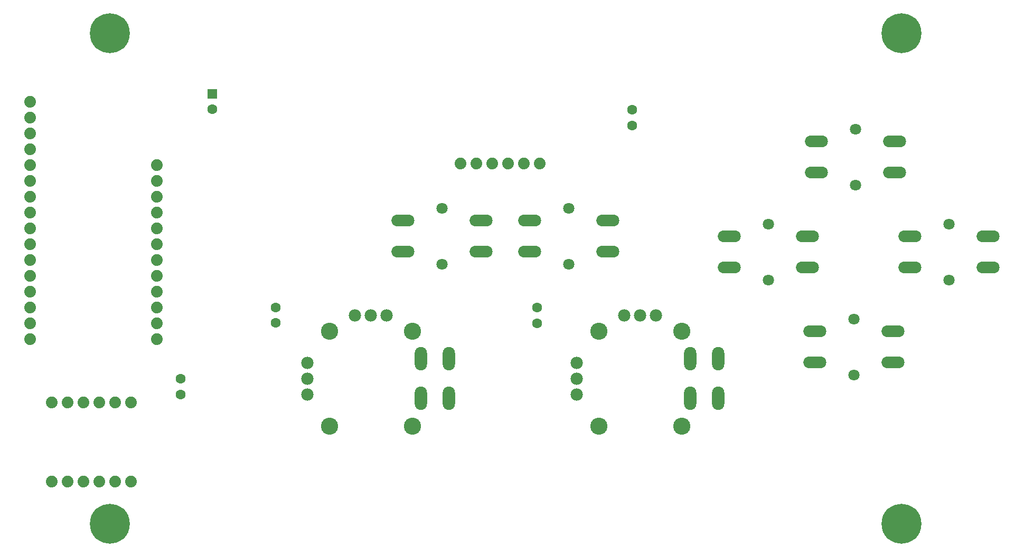
<source format=gbr>
%TF.GenerationSoftware,KiCad,Pcbnew,(5.99.0-3294-g9c46e491e)*%
%TF.CreationDate,2020-11-09T01:34:01-05:00*%
%TF.ProjectId,Game_Controller,47616d65-5f43-46f6-9e74-726f6c6c6572,rev?*%
%TF.SameCoordinates,Original*%
%TF.FileFunction,Soldermask,Bot*%
%TF.FilePolarity,Negative*%
%FSLAX46Y46*%
G04 Gerber Fmt 4.6, Leading zero omitted, Abs format (unit mm)*
G04 Created by KiCad (PCBNEW (5.99.0-3294-g9c46e491e)) date 2020-11-09 01:34:01*
%MOMM*%
%LPD*%
G01*
G04 APERTURE LIST*
%ADD10C,6.400000*%
%ADD11C,1.803400*%
%ADD12O,3.683000X1.892300*%
%ADD13C,1.879600*%
%ADD14C,1.981200*%
%ADD15O,1.981200X3.759200*%
%ADD16C,2.743200*%
%ADD17C,1.600000*%
%ADD18R,1.600000X1.600000*%
G04 APERTURE END LIST*
D10*
%TO.C,REF\u002A\u002A*%
X219556000Y-132520000D03*
%TD*%
%TO.C,REF\u002A\u002A*%
X219556000Y-53780000D03*
%TD*%
%TO.C,REF\u002A\u002A*%
X92656000Y-132520000D03*
%TD*%
%TO.C,REF\u002A\u002A*%
X92656000Y-53780000D03*
%TD*%
D11*
%TO.C,SW5*%
X145896000Y-81864200D03*
X145896000Y-90855800D03*
D12*
X139647600Y-83870800D03*
X152144400Y-83870800D03*
X139647600Y-88849200D03*
X152144400Y-88849200D03*
%TD*%
D13*
%TO.C,U2*%
X83285000Y-125730000D03*
X85825000Y-125730000D03*
X88365000Y-125730000D03*
X90905000Y-125730000D03*
X93445000Y-125730000D03*
X95985000Y-125730000D03*
X95985000Y-113030000D03*
X93445000Y-113030000D03*
X90905000Y-113030000D03*
X88365000Y-113030000D03*
X85825000Y-113030000D03*
X83285000Y-113030000D03*
%TD*%
D14*
%TO.C,JOY1*%
X137006000Y-99060000D03*
X134466000Y-99060000D03*
X131926000Y-99060000D03*
X124306000Y-106680000D03*
X124306000Y-109220000D03*
X124306000Y-111760000D03*
D15*
X146967000Y-106045000D03*
X142467000Y-106045000D03*
X142467000Y-112395000D03*
X146967000Y-112395000D03*
D16*
X141133500Y-101600000D03*
X127798500Y-101600000D03*
X127798500Y-116840000D03*
X141133500Y-116840000D03*
%TD*%
D17*
%TO.C,C3*%
X161136000Y-100330000D03*
X161136000Y-97830000D03*
%TD*%
D11*
%TO.C,SW3*%
X227176000Y-84404200D03*
X227176000Y-93395800D03*
D12*
X220927600Y-86410800D03*
X233424400Y-86410800D03*
X220927600Y-91389200D03*
X233424400Y-91389200D03*
%TD*%
D11*
%TO.C,SW2*%
X198220000Y-84404200D03*
X198220000Y-93395800D03*
D12*
X191971600Y-86410800D03*
X204468400Y-86410800D03*
X191971600Y-91389200D03*
X204468400Y-91389200D03*
%TD*%
D11*
%TO.C,SW6*%
X166216000Y-90855800D03*
X166216000Y-81864200D03*
D12*
X159967600Y-83870800D03*
X172464400Y-83870800D03*
X159967600Y-88849200D03*
X172464400Y-88849200D03*
%TD*%
D17*
%TO.C,C4*%
X103986000Y-111760000D03*
X103986000Y-109260000D03*
%TD*%
%TO.C,C5*%
X176376000Y-68580000D03*
X176376000Y-66080000D03*
%TD*%
D18*
%TO.C,C1*%
X109066000Y-63500000D03*
D17*
X109066000Y-66000000D03*
%TD*%
D14*
%TO.C,JOY2*%
X180186000Y-99060000D03*
X177646000Y-99060000D03*
X175106000Y-99060000D03*
X167486000Y-106680000D03*
X167486000Y-109220000D03*
X167486000Y-111760000D03*
D15*
X190147000Y-106045000D03*
X185647000Y-106045000D03*
X185647000Y-112395000D03*
X190147000Y-112395000D03*
D16*
X184313500Y-101600000D03*
X170978500Y-101600000D03*
X170978500Y-116840000D03*
X184313500Y-116840000D03*
%TD*%
D13*
%TO.C,OLED1*%
X148817000Y-74676000D03*
X151357000Y-74676000D03*
X153897000Y-74676000D03*
X156437000Y-74676000D03*
X158977000Y-74676000D03*
X161517000Y-74676000D03*
%TD*%
D11*
%TO.C,SW4*%
X211936000Y-108635800D03*
X211936000Y-99644200D03*
D12*
X205687600Y-101650800D03*
X218184400Y-101650800D03*
X205687600Y-106629200D03*
X218184400Y-106629200D03*
%TD*%
D11*
%TO.C,SW1*%
X212190000Y-78155800D03*
X212190000Y-69164200D03*
D12*
X205941600Y-71170800D03*
X218438400Y-71170800D03*
X205941600Y-76149200D03*
X218438400Y-76149200D03*
%TD*%
D13*
%TO.C,U1*%
X79856000Y-64770000D03*
X79856000Y-67310000D03*
X79856000Y-69850000D03*
X79856000Y-72390000D03*
X79856000Y-74930000D03*
X79856000Y-77470000D03*
X79856000Y-80010000D03*
X79856000Y-82550000D03*
X79856000Y-85090000D03*
X79856000Y-87630000D03*
X79856000Y-90170000D03*
X79856000Y-92710000D03*
X79856000Y-95250000D03*
X79856000Y-97790000D03*
X79856000Y-100330000D03*
X79856000Y-102870000D03*
X100176000Y-102870000D03*
X100176000Y-100330000D03*
X100176000Y-97790000D03*
X100176000Y-95250000D03*
X100176000Y-92710000D03*
X100176000Y-90170000D03*
X100176000Y-87630000D03*
X100176000Y-85090000D03*
X100176000Y-82550000D03*
X100176000Y-80010000D03*
X100176000Y-77470000D03*
X100176000Y-74930000D03*
%TD*%
D17*
%TO.C,C2*%
X119226000Y-97790000D03*
X119226000Y-100290000D03*
%TD*%
M02*

</source>
